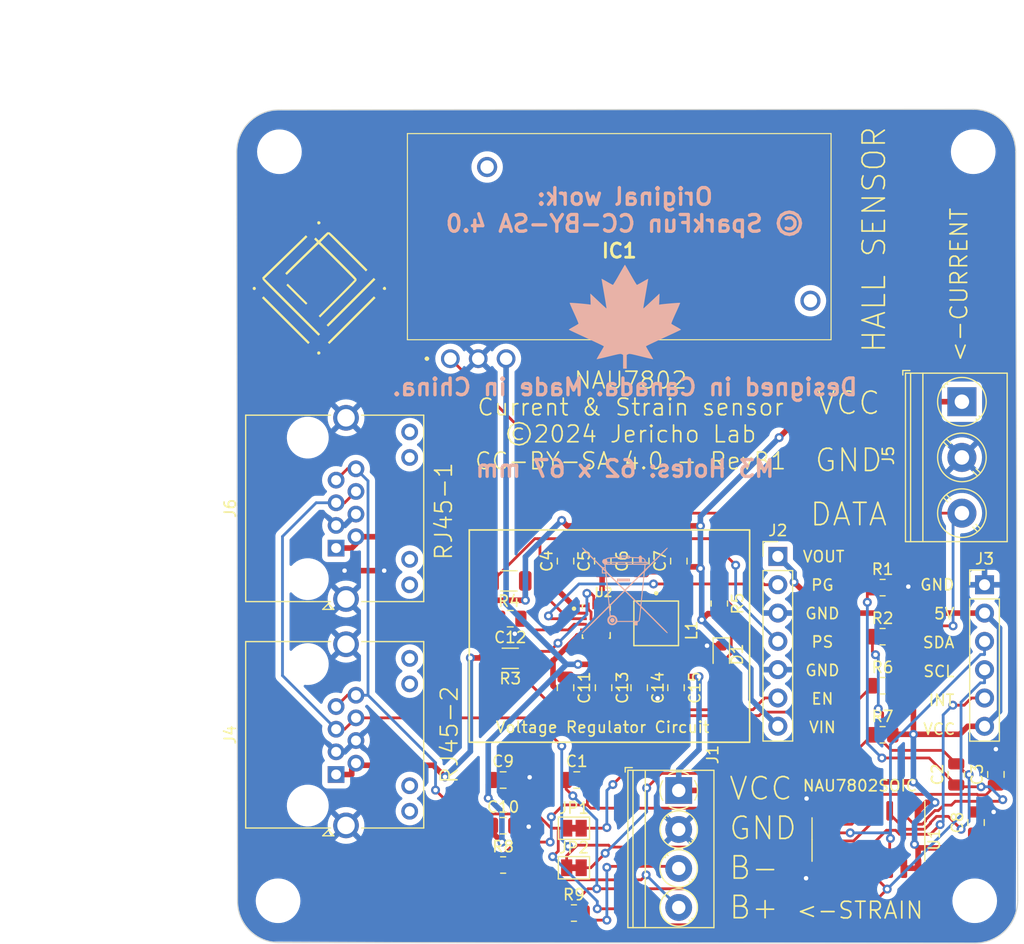
<source format=kicad_pcb>
(kicad_pcb (version 20221018) (generator pcbnew)
  (title_block (title "NAU7802 Board for Current and Strain Measurements") (date "2024-03-25") (rev "Rev B1") (company "Jericho Lab") (comment 1 "Original work: © SparkFun CC-BY-SA 4.0") (comment 2 "Modifications by Frederic Coulombe, BEng MSc"))
  (layers (0 "F.Cu" signal) (31 "B.Cu" signal) (34 "B.Paste" user) (35 "F.Paste" user) (36 "B.SilkS" user "B.Silkscreen") (37 "F.SilkS" user "F.Silkscreen") (38 "B.Mask" user) (39 "F.Mask" user) (44 "Edge.Cuts" user))
  (net 0 "")
  (net 1 "/DATA")
  (net 2 "GND")
  (net 3 "PS")
  (net 4 "PG")
  (net 5 "EN")
  (net 6 "Net-(D1-A)")
  (net 7 "Net-(U1-VIN2N)")
  (net 8 "Net-(U1-VIN2P)")
  (net 9 "Net-(U1-VIN1N)")
  (net 10 "Net-(U1-VIN1P)")
  (net 11 "Net-(U1-VBG)")
  (net 12 "+5V")
  (net 13 "Net-(U2-VAUX)")
  (net 14 "/SDA")
  (net 15 "/SCL")
  (net 16 "Net-(JP1-B)")
  (net 17 "Net-(JP2-B)")
  (net 20 "/INT")
  (net 21 "Net-(U2-L1)")
  (net 22 "Net-(U2-L2)")
  (net 23 "VCC")
  (net 28 "/B-")
  (net 29 "/B+")
  (footprint "custom_KiCAD_footprints:jericho-logo-kicad" (layer "F.Cu") (at 128.27 83.058)
    (fp_text reference "G1" hide)
    (fp_text value "LOGO" hide)
  )
  (footprint "SnapEDA_XLF4020-152MEC:IND_XFL4020-152MEC" (layer "F.Cu") (at 158.507 113.188 -90)
    (fp_text reference "L1")
    (fp_text value "1.5uH")
  )
  (footprint "Capacitor_SMD:C_0805_2012Metric" (layer "F.Cu") (at 145.421 112.772 180)
    (fp_text reference "C12")
    (fp_text value "0.1uF")
  )
  (footprint "Resistor_SMD:R_0805_2012Metric" (layer "F.Cu") (at 178.816 109.982)
    (fp_text reference "R1")
    (fp_text value "47")
  )
  (footprint "Resistor_SMD:R_0805_2012Metric" (layer "F.Cu") (at 151.13 139.186)
    (fp_text reference "R9")
    (fp_text value "47")
  )
  (footprint "Connector_RJ:RJ45_Amphenol_RJHSE538X" (layer "F.Cu") (at 129.798 106.432 90)
    (fp_text reference "J6")
    (fp_text value "8P8C_LED_Shielded")
  )
  (footprint "Jumper:SolderJumper-2_P1.3mm_Bridged_Pad1.0x1.5mm" (layer "F.Cu") (at 151.13 135.122)
    (fp_text reference "JP2")
    (fp_text value "Jumper_2_Bridged")
  )
  (footprint "Capacitor_SMD:C_0805_2012Metric" (layer "F.Cu") (at 160.285 118.964 -90)
    (fp_text reference "C15")
    (fp_text value "22uF")
  )
  (footprint "Capacitor_SMD:C_0805_2012Metric" (layer "F.Cu") (at 151.384 127.248)
    (fp_text reference "C1")
    (fp_text value "0.1uF")
  )
  (footprint "TerminalBlock_Phoenix:TerminalBlock_Phoenix_PT-1,5-3-5.0-H_1x03_P5.00mm_Horizontal" (layer "F.Cu") (at 185.928 93.298 -90)
    (fp_text reference "J5")
    (fp_text value "Screw_Terminal_01x03")
  )
  (footprint "MountingHole:MountingHole_3.5mm" (layer "F.Cu") (at 186.944 70.866)
    (fp_text reference "H2" hide)
    (fp_text value "MountingHole_3.5mm" hide)
  )
  (footprint "Jumper:SolderJumper-2_P1.3mm_Bridged_Pad1.0x1.5mm" (layer "F.Cu") (at 151.13 131.572)
    (fp_text reference "JP1")
    (fp_text value "Jumper_2_Bridged")
  )
  (footprint "Capacitor_SMD:C_0805_2012Metric" (layer "F.Cu") (at 156.983 118.964 -90)
    (fp_text reference "C14")
    (fp_text value "22uF")
  )
  (footprint "Resistor_SMD:R_1206_3216Metric" (layer "F.Cu") (at 145.299 109.378 180)
    (fp_text reference "R4")
    (fp_text value "10k")
  )
  (footprint "Resistor_SMD:R_0805_2012Metric" (layer "F.Cu") (at 164.169 111.41 -90)
    (fp_text reference "R5")
    (fp_text value "10K")
  )
  (footprint "SnapEDA_TPS63070RNMR:VREG_TPS63070RNMR" (layer "F.Cu") (at 153.1355 113.022)
    (fp_text reference "U2")
    (fp_text value "TPS630701RNMR")
  )
  (footprint "Capacitor_SMD:C_0805_2012Metric" (layer "F.Cu") (at 150.379 107.6 90)
    (fp_text reference "C4")
    (fp_text value "0.1uF")
  )
  (footprint "Connector_PinHeader_2.54mm:PinHeader_1x06_P2.54mm_Vertical" (layer "F.Cu") (at 187.96 109.728)
    (fp_text reference "J3")
    (fp_text value "HeaderP2.54mm" hide)
  )
  (footprint "Resistor_SMD:R_1206_3216Metric" (layer "F.Cu") (at 145.421 116.328 180)
    (fp_text reference "R3")
    (fp_text value "10k")
  )
  (footprint "MountingHole:MountingHole_3.5mm" (layer "F.Cu") (at 187.076 138.084 -90)
    (fp_text reference "H3" hide)
    (fp_text value "MountingHole_3.5mm" hide)
  )
  (footprint "Connector_PinHeader_2.54mm:PinHeader_1x07_P2.54mm_Vertical" (layer "F.Cu") (at 169.418 107.183)
    (fp_text reference "J2")
    (fp_text value "HeaderP2.54mm" hide)
  )
  (footprint "Capacitor_SMD:C_0805_2012Metric" (layer "F.Cu") (at 153.7903 118.964 -90)
    (fp_text reference "C13")
    (fp_text value "22uF")
  )
  (footprint "Capacitor_SMD:C_0805_2012Metric" (layer "F.Cu") (at 188.976 126.746 90)
    (fp_text reference "C3")
    (fp_text value "0.1uF")
  )
  (footprint "Capacitor_SMD:C_0805_2012Metric" (layer "F.Cu") (at 157.1286 107.6 90)
    (fp_text reference "C6")
    (fp_text value "10uF")
  )
  (footprint "Capacitor_SMD:C_0805_2012Metric" (layer "F.Cu") (at 160.539 107.6 90)
    (fp_text reference "C7")
    (fp_text value "10uF")
  )
  (footprint "Capacitor_SMD:C_0805_2012Metric" (layer "F.Cu") (at 150.379 118.964 -90)
    (fp_text reference "C11")
    (fp_text value "10uF")
  )
  (footprint "Resistor_SMD:R_0805_2012Metric" (layer "F.Cu") (at 178.816 118.7873)
    (fp_text reference "R6")
    (fp_text value "2.2K")
  )
  (footprint "Connector_RJ:RJ45_Amphenol_RJHSE538X" (layer "F.Cu") (at 129.798 126.752 90)
    (fp_text reference "J4")
    (fp_text value "8P8C_LED_Shielded")
  )
  (footprint "Capacitor_SMD:C_0805_2012Metric" (layer "F.Cu") (at 187.198 131.064 90)
    (fp_text reference "C8")
    (fp_text value "22uF")
  )
  (footprint "MountingHole:MountingHole_3.5mm" (layer "F.Cu") (at 124.714 70.866 90)
    (fp_text reference "H1" hide)
    (fp_text value "MountingHole_3.5mm" hide)
  )
  (footprint "Capacitor_SMD:C_0805_2012Metric" (layer "F.Cu") (at 185.42 126.746 90)
    (fp_text reference "C2")
    (fp_text value "0.1uF")
  )
  (footprint "Resistor_SMD:R_0805_2012Metric" (layer "F.Cu") (at 178.816 123.19)
    (fp_text reference "R7")
    (fp_text value "2.2K")
  )
  (footprint "MountingHole:MountingHole_3.5mm" (layer "F.Cu") (at 124.592 138.084 180)
    (fp_text reference "H4" hide)
    (fp_text value "MountingHole_3.5mm" hide)
  )
  (footprint "Capacitor_SMD:C_0805_2012Metric" (layer "F.Cu") (at 144.78 127.248)
    (fp_text reference "C9")
    (fp_text value "10uF")
  )
  (footprint "Resistor_SMD:R_0805_2012Metric" (layer "F.Cu") (at 144.78 134.874)
    (fp_text reference "R8")
    (fp_text value "47")
  )
  (footprint "Capacitor_SMD:C_0805_2012Metric" (layer "F.Cu") (at 153.7181 107.6 90)
    (fp_text reference "C5")
    (fp_text value "10uF")
  )
  (footprint "Diode_SMD:D_0603_1608Metric" (layer "F.Cu") (at 164.349 115.982 -90)
    (fp_text reference "D1")
    (fp_text value "RED")
  )
  (footprint "KiCad-TAMURA-L01Z050S05:L01Z050S05" (layer "F.Cu") (at 140.044 89.436)
    (fp_text reference "IC1")
    (fp_text value "L01Z050S05" hide)
  )
  (footprint "TerminalBlock_Phoenix:TerminalBlock_Phoenix_PT-1,5-4-3.5-H_1x04_P3.50mm_Horizontal" (layer "F.Cu") (at 160.528 128.184 -90)
    (fp_text reference "J1")
    (fp_text value "~")
  )
  (footprint "Resistor_SMD:R_0805_2012Metric" (layer "F.Cu") (at 178.816 114.3847)
    (fp_text reference "R2")
    (fp_text value "47")
  )
  (footprint "Package_SO:SO-16_3.9x9.9mm_P1.27mm" (layer "F.Cu") (at 177.546 132.588 -90)
    (fp_text reference "U1")
    (fp_text value "NAU7802SOIC")
  )
  (footprint "Capacitor_SMD:C_0805_2012Metric" (layer "F.Cu") (at 144.78 131.35)
    (fp_text reference "C10")
    (fp_text value "0.1uF")
  )
  (footprint "custom_KiCAD_footprints:Do not throw to garbage logo WEEE2" (layer "B.Cu") (at 155.702446 110.236 180)
    (fp_text reference "G3" hide)
    (fp_text value "LOGO" hide)
  )
  (footprint "custom_KiCAD_footprints:made-in-canada" (layer "B.Cu") (at 155.702 85.852 180)
    (fp_text reference "G2" hide)
    (fp_text value "LOGO" hide)
  )
  (gr_rect (start 141.743 104.806) (end 166.889 123.856) (stroke (width 0.15)) (fill none) (layer "F.SilkS"))
  (gr_arc (start 186.944 67.056) (mid 189.638077 68.171923) (end 190.754 70.866) (stroke (width 0.1)) (layer "Edge.Cuts"))
  (gr_arc (start 190.9318 138.049) (mid 189.808437 140.761037) (end 187.0964 141.8844) (stroke (width 0.1)) (layer "Edge.Cuts"))
  (gr_line (start 120.9548 138.1252) (end 120.878601 70.8914) (stroke (width 0.1)) (layer "Edge.Cuts"))
  (gr_line (start 124.6886 67.106716) (end 186.944 67.056) (stroke (width 0.1)) (layer "Edge.Cuts"))
  (gr_line (start 187.0964 141.8844) (end 124.6632 141.8336) (stroke (width 0.1)) (layer "Edge.Cuts"))
  (gr_arc (start 124.6632 141.8336) (mid 122.040965 140.747435) (end 120.9548 138.1252) (stroke (width 0.1)) (layer "Edge.Cuts"))
  (gr_line (start 190.754 70.866) (end 190.9318 138.049) (stroke (width 0.1)) (layer "Edge.Cuts"))
  (gr_arc (start 120.878601 70.8914) (mid 122.003459 68.213699) (end 124.6886 67.106716) (stroke (width 0.1)) (layer "Edge.Cuts"))
  (gr_text "Original work:\n© SparkFun CC-BY-SA 4.0" (at 155.701909 76.112) (layer "B.SilkS") (effects (font (size 1.5 1.5) (thickness 0.3)) (justify mirror)))
  (gr_text "M3 Holes: 62 x 67 mm" (at 155.701909 99.314) (layer "B.SilkS") (effects (font (size 1.5 1.5) (thickness 0.3)) (justify mirror)))
  (gr_text "Designed in Canada. Made in China." (at 155.701909 91.992) (layer "B.SilkS") (effects (font (size 1.5 1.5) (thickness 0.3)) (justify mirror)))
  (gr_text "SCL" (at 183.86419 117.5004) (layer "F.SilkS") (effects (font (size 1 1))))
  (gr_text "VCC" (at 167.894 128.016) (layer "F.SilkS") (effects (font (size 2 2))))
  (gr_text "GND" (at 173.418 117.411332) (layer "F.SilkS") (effects (font (size 1 1))))
  (gr_text "<-CURRENT" (at 185.674 82.804 90) (layer "F.SilkS") (effects (font (size 1.5 1.5))))
  (gr_text "VCC" (at 175.768 93.422) (layer "F.SilkS") (effects (font (size 2 2))))
  (gr_text "NAU7802\nCurrent & Strain sensor\n©2024 Jericho Lab\nCC-BY-SA 4.0 - RevB1" (at 156.21 94.996) (layer "F.SilkS") (effects (font (size 1.5 1.5))))
  (gr_text "GND" (at 175.768 98.552) (layer "F.SilkS") (effects (font (size 2 2))))
  (gr_text "HALL SENSOR" (at 178.054 78.74 90) (layer "F.SilkS") (effects (font (size 2 2))))
  (gr_text "<-STRAIN" (at 176.784 138.938) (layer "F.SilkS") (effects (font (size 1.5 1.5))))
  (gr_text "VCC" (at 183.896 122.682) (layer "F.SilkS") (effects (font (size 1 1))))
  (gr_text "Voltage Regulator Circuit" (at 144.029 123.094) (layer "F.SilkS") (effects (font (size 1 1)) (justify left bottom)))
  (gr_text "EN" (at 173.418 119.964665) (layer "F.SilkS") (effects (font (size 1 1))))
  (gr_text "B-" (at 167.274952 135.128) (layer "F.SilkS") (effects (font (size 2 2))))
  (gr_text "DATA" (at 175.768 103.412) (layer "F.SilkS") (effects (font (size 2 2))))
  (gr_text "GND" (at 183.721333 109.728) (layer "F.SilkS") (effects (font (size 1 1))))
  (gr_text "5V" (at 184.340381 112.3188) (layer "F.SilkS") (effects (font (size 1 1))))
  (gr_text "B+" (at 167.274952 138.684) (layer "F.SilkS") (effects (font (size 2 2))))
  (gr_text "RJ45-1" (at 139.446 103.124 90) (layer "F.SilkS") (effects (font (size 1.5 1.5))))
  (gr_text "INT" (at 184.102286 120.0912) (layer "F.SilkS") (effects (font (size 1 1))))
  (gr_text "PG" (at 173.418 109.751333) (layer "F.SilkS") (effects (font (size 1 1))))
  (gr_text "SDA" (at 183.840381 114.9096) (layer "F.SilkS") (effects (font (size 1 1))))
  (gr_text "PS" (at 173.418 114.857999) (layer "F.SilkS") (effects (font (size 1 1))))
  (gr_text "VOUT" (at 173.528 107.198) (layer "F.SilkS") (effects (font (size 1 1))))
  (gr_text "VIN" (at 173.418 122.518) (layer "F.SilkS") (effects (font (size 1 1))))
  (gr_text "GND" (at 173.418 112.304666) (layer "F.SilkS") (effects (font (size 1 1))))
  (gr_text "RJ45-2" (at 139.954 123.19 90) (layer "F.SilkS") (effects (font (size 1.5 1.5))))
  (gr_text "GND" (at 168.084476 131.572) (layer "F.SilkS") (effects (font (size 2 2))))
  (segment (start 180.6973 113.4159) (end 179.7285 114.3847) (width 0.25) (layer "F.Cu") (net 1))
  (segment (start 153.906 103.298) (end 140.044 89.436) (width 0.25) (layer "F.Cu") (net 1))
  (segment (start 185.928 103.298) (end 153.906 103.298) (width 0.25) (layer "F.Cu") (net 1))
  (segment (start 185.136 113.4159) (end 180.6973 113.4159) (width 0.25) (layer "F.Cu") (net 1))
  (via (at 185.136 113.4159) (size 0.8) (drill 0.4) (layers "F.Cu" "B.Cu") (net 1))
  (segment (start 185.136 104.09) (end 185.136 113.4159) (width 0.25) (layer "B.Cu") (net 1))
  (segment (start 185.928 103.298) (end 185.136 104.09) (width 0.25) (layer "B.Cu") (net 1))
  (segment locked (start 153.085 113.022) (end 152.836 113.022) (width 0.25) (layer "F.Cu") (net 2))
  (segment (start 171.9516 136.0625) (end 172.2015 136.0625) (width 0.5) (layer "F.Cu") (net 2))
  (segment locked (start 153.7355 113.022) (end 153.265 113.022) (width 0.25) (layer "F.Cu") (net 2))
  (segment (start 171.9972 128.9092) (end 173.101 130.013) (width 0.5) (layer "F.Cu") (net 2))
  (segment locked (start 157.1286 106.65) (end 160.539 106.65) (width 0.5) (layer "F.Cu") (net 2))
  (segment (start 174.371 130.013) (end 173.101 130.013) (width 0.5) (layer "F.Cu") (net 2))
  (segment locked (start 152.41 111.622) (end 152.4105 111.622) (width 0.2498) (layer "F.Cu") (net 2))
  (segment (start 147.0747 131.4375) (end 145.8175 131.4375) (width 0.5) (layer "F.Cu") (net 2))
  (segment (start 130.556 108.458) (end 134.112 108.458) (width 0.5) (layer "F.Cu") (net 2))
  (segment locked (start 152.335 113.772) (end 151.986 113.772) (width 0.25) (layer "F.Cu") (net 2))
  (segment (start 179.8166 109.8939) (end 179.7285 109.982) (width 0.5) (layer "F.Cu") (net 2))
  (segment locked (start 158.634 119.914) (end 160.285 119.914) (width 0.5) (layer "F.Cu") (net 2))
  (segment (start 145.9762 127.0018) (end 145.73 127.248) (width 0.5) (layer "F.Cu") (net 2))
  (segment locked (start 152.91 113.376) (end 152.91 114.422) (width 0.25) (layer "F.Cu") (net 2))
  (segment locked (start 153.265 113.022) (end 152.91 113.376) (width 0.25) (layer "F.Cu") (net 2))
  (segment locked (start 149.254 118.789) (end 149.254 116.504) (width 0.5) (layer "F.Cu") (net 2))
  (segment (start 187.198 130.114) (end 188.7768 130.114) (width 0.5) (layer "F.Cu") (net 2))
  (segment locked (start 149.254 107.775) (end 149.254 109.777) (width 0.5) (layer "F.Cu") (net 2))
  (segment locked (start 156.983 119.914) (end 158.634 119.914) (width 0.5) (layer "F.Cu") (net 2))
  (segment locked (start 149.254 109.777) (end 151.099 111.622) (width 0.5) (layer "F.Cu") (net 2))
  (segment (start 172.2015 136.0625) (end 173.101 135.163) (width 0.5) (layer "F.Cu") (net 2))
  (segment locked (start 149.295371 116.504) (end 151.458 114.341371) (width 0.5) (layer "F.Cu") (net 2))
  (segment locked (start 152.665 112.851) (end 152.665 112.172) (width 0.25) (layer "F.Cu") (net 2))
  (segment locked (start 150.379 119.914) (end 153.7903 119.914) (width 0.5) (layer "F.Cu") (net 2))
  (segment (start 147.1585 127.0018) (end 145.9762 127.0018) (width 0.5) (layer "F.Cu") (net 2))
  (segment (start 145.8175 131.4375) (end 145.73 131.35) (width 0.5) (layer "F.Cu") (net 2))
  (segment locked (start 153.265 113.022) (end 153.085 113.022) (width 0.25) (layer "F.Cu") (net 2))
  (segment locked (start 153.736 113.022) (end 153.7355 113.022) (width 0.25) (layer "F.Cu") (net 2))
  (segment (start 181.1211 109.8939) (end 179.8166 109.8939) (width 0.5) (layer "F.Cu") (net 2))
  (segment locked (start 153.7355 113.022) (end 153.265 113.022) (width 0.25) (layer "F.Cu") (net 2))
  (segment locked (start 153.7181 106.65) (end 157.1286 106.65) (width 0.5) (layer "F.Cu") (net 2))
  (segment locked (start 151.458 114.341371) (end 151.458 114.3) (width 0.5) (layer "F.Cu") (net 2))
  (segment locked (start 152.665 112.172) (end 152.41 111.918) (width 0.25) (layer "F.Cu") (net 2))
  (segment locked (start 153.085 113.022) (end 152.335 113.772) (width 0.25) (layer "F.Cu") (net 2))
  (segment locked (start 153.7355 113.022) (end 153.265 113.022) (width 0.25) (layer "F.Cu") (net 2))
  (segment locked (start 153.265 113.022) (end 153.085 113.022) (width 0.25) (layer "F.Cu") (net 2))
  (segment locked (start 150.379 106.65) (end 153.7181 106.65) (width 0.5) (layer "F.Cu") (net 2))
  (segment locked (start 153.736 113.022) (end 153.7355 113.022) (width 0.25) (layer "F.Cu") (net 2))
  (segment locked (start 152.41 111.622) (end 151.099 111.622) (width 0.25) (layer "F.Cu") (net 2))
  (segment locked (start 153.736 113.022) (end 153.7355 113.022) (width 0.25) (layer "F.Cu") (net 2))
  (segment locked (start 151.986 113.772) (end 151.458 114.3) (width 0.25) (layer "F.Cu") (net 2))
  (segment locked (start 149.254 116.504) (end 149.295371 116.504) (width 0.5) (layer "F.Cu") (net 2))
  (segment locked (start 152.41 111.918) (end 152.41 111.622) (width 0.25) (layer "F.Cu") (net 2))
  (segment locked (start 163.0666 115.1945) (end 164.349 115.1945) (width 0.5) (layer "F.Cu") (net 2))
  (segment locked (start 150.379 119.914) (end 149.254 118.789) (width 0.5) (layer "F.Cu") (net 2))
  (segment locked (start 152.836 113.022) (end 152.665 112.851) (width 0.25) (layer "F.Cu") (net 2))
  (segment locked (start 150.379 106.65) (end 149.254 107.775) (width 0.5) (layer "F.Cu") (net 2))
  (segment (start 188.976 124.4796) (end 188.976 125.796) (width 0.5) (layer "F.Cu") (net 2))
  (segment locked (start 153.7903 119.914) (end 156.983 119.914) (width 0.5) (layer "F.Cu") (net 2))
  (segment locked (start 144.471 112.772) (end 145.8217 114.1227) (width 0.5) (layer "F.Cu") (net 2))
  (via locked (at 145.8217 114.1227) (size 0.8) (drill 0.4) (layers "F.Cu" "B.Cu") (net 2))
  (via (at 188.7768 130.114) (size 0.8) (drill 0.4) (layers "F.Cu" "B.Cu") (net 2))
  (via (at 171.9972 128.9092) (size 0.8) (drill 0.4) (layers "F.Cu" "B.Cu") (net 2))
  (via (at 147.1585 127.0018) (size 0.8) (drill 0.4) (layers "F.Cu" "B.Cu") (net 2))
  (via (at 130.556 108.458) (size 0.8) (drill 0.4) (layers "F.Cu" "B.Cu") (net 2))
  (via (at 171.9516 136.0625) (size 0.8) (drill 0.4) (layers "F.Cu" "B.Cu") (net 2))
  (via (at 188.976 124.4796) (size 0.8) (drill 0.4) (layers "F.Cu" "B.Cu") (net 2))
  (via locked (at 158.634 119.914) (size 0.8) (drill 0.4) (layers "F.Cu" "B.Cu") (net 2))
  (via (at 147.0747 131.4375) (size 0.8) (drill 0.4) (layers "F.Cu" "B.Cu") (net 2))
  (via (at 134.112 108.458) (size 0.8) (drill 0.4) (layers "F.Cu" "B.Cu") (net 2))
  (via (at 181.1211 109.8939) (size 0.8) (drill 0.4) (layers "F.Cu" "B.Cu") (net 2))
  (via locked (at 163.0666 115.1945) (size 0.8) (drill 0.4) (layers "F.Cu" "B.Cu") (net 2))
  (segment (start 129.798 124.72) (end 130.562 124.72) (width 0.5) (layer "B.Cu") (net 2))
  (segment (start 130.562 124.72) (end 131.578 123.704) (width 0.5) (layer "B.Cu") (net 2))
  (segment (start 129.798 104.4) (end 130.562 104.4) (width 0.5) (layer "B.Cu") (net 2))
  (segment (start 130.562 104.4) (end 131.578 103.384) (width 0.5) (layer "B.Cu") (net 2))
  (segment locked (start 147.8504 105.5893) (end 148.082 105.5893) (width 0.25) (layer "F.Cu") (net 3))
  (segment locked (start 148.082 105.5893) (end 163.2586 105.5893) (width 0.25) (layer "F.Cu") (net 3))
  (segment locked (start 151.9855 112.272) (end 150.118 112.272) (width 0.25) (layer "F.Cu") (net 3))
  (segment locked (start 148.082 110.236) (end 148.082 105.5893) (width 0.25) (layer "F.Cu") (net 3))
  (segment locked (start 163.2586 105.5893) (end 165.636 107.9667) (width 0.25) (layer "F.Cu") (net 3))
  (segment locked (start 151.986 112.272) (end 151.9855 112.272) (width 0.25) (layer "F.Cu") (net 3))
  (segment locked (start 150.118 112.272) (end 148.082 110.236) (width 0.25) (layer "F.Cu") (net 3))
  (segment locked (start 143.8365 109.378) (end 147.6252 105.5893) (width 0.25) (layer "F.Cu") (net 3))
  (segment locked (start 147.6252 105.5893) (end 147.8504 105.5893) (width 0.25) (layer "F.Cu") (net 3))
  (via locked (at 165.636 107.9667) (size 0.8) (drill 0.4) (layers "F.Cu" "B.Cu") (net 3))
  (segment locked (start 165.636 111.021) (end 165.636 107.9667) (width 0.25) (layer "B.Cu") (net 3))
  (segment (start 169.418 114.803) (end 165.636 111.021) (width 0.25) (layer "B.Cu") (net 3))
  (segment locked (start 148.844 112.522) (end 149.098 112.776) (width 0.25) (layer "F.Cu") (net 4))
  (segment (start 168.2411 109.723) (end 168.1712 109.6531) (width 0.25) (layer "F.Cu") (net 4))
  (segment (start 168.1712 109.6531) (end 158.2653 109.6531) (width 0.25) (layer "F.Cu") (net 4))
  (segment locked (start 149.098 112.776) (end 150.368 112.776) (width 0.25) (layer "F.Cu") (net 4))
  (segment locked (start 151.986 112.772) (end 151.9855 112.772) (width 0.25) (layer "F.Cu") (net 4))
  (segment locked (start 150.368 112.776) (end 150.372 112.772) (width 0.25) (layer "F.Cu") (net 4))
  (segment (start 169.418 109.723) (end 168.2411 109.723) (width 0.25) (layer "F.Cu") (net 4))
  (segment locked (start 150.372 112.772) (end 151.9855 112.772) (width 0.25) (layer "F.Cu") (net 4))
  (via locked (at 148.844 112.522) (size 0.8) (drill 0.4) (layers "F.Cu" "B.Cu") (net 4))
  (via locked (at 158.2653 109.6531) (size 0.8) (drill 0.4) (layers "F.Cu" "B.Cu") (net 4))
  (segment locked (start 148.844 112.3879) (end 151.5788 109.6531) (width 0.25) (layer "B.Cu") (net 4))
  (segment locked (start 151.5788 109.6531) (end 158.2653 109.6531) (width 0.25) (layer "B.Cu") (net 4))
  (segment locked (start 148.844 112.522) (end 148.844 112.3879) (width 0.25) (layer "B.Cu") (net 4))
  (segment locked (start 152.6648 110.5008) (end 152.654 110.49) (width 0.25) (layer "F.Cu") (net 5))
  (segment locked (start 152.6648 110.5008) (end 152.2931 110.5008) (width 0.25) (layer "F.Cu") (net 5))
  (segment locked (start 149.698632 114.969368) (end 148.9631 115.7049) (width 0.25) (layer "F.Cu") (net 5))
  (segment locked (start 149.5173 120.9419) (end 146.8835 118.3081) (width 0.25) (layer "F.Cu") (net 5))
  (segment locked (start 152.91 110.746) (end 152.6648 110.5008) (width 0.25) (layer "F.Cu") (net 5))
  (segment locked (start 152.91 111.622) (end 152.91 110.746) (width 0.25) (layer "F.Cu") (net 5))
  (segment locked (start 147.5066 115.7049) (end 146.8835 116.328) (width 0.25) (layer "F.Cu") (net 5))
  (segment (start 168.2411 119.883) (end 167.1822 120.9419) (width 0.25) (layer "F.Cu") (net 5))
  (segment (start 169.418 119.883) (end 168.2411 119.883) (width 0.25) (layer "F.Cu") (net 5))
  (segment locked (start 148.9631 115.7049) (end 147.5066 115.7049) (width 0.25) (layer "F.Cu") (net 5))
  (segment (start 167.1822 120.9419) (end 149.5173 120.9419) (width 0.25) (layer "F.Cu") (net 5))
  (segment locked (start 146.8835 118.3081) (end 146.8835 116.328) (width 0.25) (layer "F.Cu") (net 5))
  (via locked (at 149.698632 114.969368) (size 0.8) (drill 0.4) (layers "F.Cu" "B.Cu") (net 5))
  (via locked (at 152.2931 110.5008) (size 0.8) (drill 0.4) (layers "F.Cu" "B.Cu") (net 5))
  (segment locked (start 149.698632 114.969368) (end 152.2931 112.3749) (width 0.25) (layer "B.Cu") (net 5))
  (segment locked (start 152.2931 112.3749) (end 152.2931 110.5008) (width 0.25) (layer "B.Cu") (net 5))
  (segment locked (start 165.2395 115.879) (end 165.2395 111.568) (width 0.25) (layer "F.Cu") (net 6))
  (segment locked (start 164.349 116.7695) (end 165.2395 115.879) (width 0.25) (layer "F.Cu") (net 6))
  (segment locked (start 165.2395 111.568) (end 164.169 110.4975) (width 0.25) (layer "F.Cu") (net 6))
  (segment (start 150.434 128.0705) (end 150.434 127.248) (width 0.25) (layer "F.Cu") (net 7))
  (segment (start 153.1824 137.0074) (end 152.3961 137.0074) (width 0.25) (layer "F.Cu") (net 7))
  (segment (start 165.5986 132.7158) (end 161.307 137.0074) (width 0.25) (layer "F.Cu") (net 7))
  (segment (start 178.181 130.013) (end 178.181 130.7469) (width 0.25) (layer "F.Cu") (net 7))
  (segment (start 152.3961 137.0074) (end 150.2175 139.186) (width 0.25) (layer "F.Cu") (net 7))
  (segment (start 178.181 130.7469) (end 176.2121 132.7158) (width 0.25) (layer "F.Cu") (net 7))
  (segment (start 151.03 128.6665) (end 150.434 128.0705) (width 0.25) (layer "F.Cu") (net 7))
  (segment (start 161.307 137.0074) (end 153.1824 137.0074) (width 0.25) (layer "F.Cu") (net 7))
  (segment (start 176.2121 132.7158) (end 165.5986 132.7158) (width 0.25) (layer "F.Cu") (net 7))
  (via (at 151.03 128.6665) (size 0.8) (drill 0.4) (layers "F.Cu" "B.Cu") (net 7))
  (via (at 153.1824 137.0074) (size 0.8) (drill 0.4) (layers "F.Cu" "B.Cu") (net 7))
  (segment (start 153.1824 137.0074) (end 153.1824 130.8189) (width 0.25) (layer "B.Cu") (net 7))
  (segment (start 153.1824 130.8189) (end 151.03 128.6665) (width 0.25) (layer "B.Cu") (net 7))
  (segment (start 152.334 129.4841) (end 152.6246 129.7747) (width 0.25) (layer "F.Cu") (net 8))
  (segment (start 176.911 130.3447) (end 176.911 130.013) (width 0.25) (layer "F.Cu") (net 8))
  (segment (start 152.6246 129.7747) (end 164.6357 129.7747) (width 0.25) (layer "F.Cu") (net 8))
  (segment (start 152.334 129.4841) (end 152.334 127.248) (width 0.25) (layer "F.Cu") (net 8))
  (segment (start 150.1751 129.4841) (end 152.334 129.4841) (width 0.25) (layer "F.Cu") (net 8))
  (segment (start 143.8675 134.874) (end 145.9232 132.8183) (width 0.25) (layer "F.Cu") (net 8))
  (segment (start 166.077 131.216) (end 176.0397 131.216) (width 0.25) (layer "F.Cu") (net 8))
  (segment (start 164.6357 129.7747) (end 166.077 131.216) (width 0.25) (layer "F.Cu") (net 8))
  (segment (start 149.1009 130.5583) (end 150.1751 129.4841) (width 0.25) (layer "F.Cu") (net 8))
  (segment (start 176.0397 131.216) (end 176.911 130.3447) (width 0.25) (layer "F.Cu") (net 8))
  (segment (start 145.9232 132.8183) (end 148.9969 132.8183) (width 0.25) (layer "F.Cu") (net 8))
  (via (at 148.9969 132.8183) (size 0.8) (drill 0.4) (layers "F.Cu" "B.Cu") (net 8))
  (via (at 149.1009 130.5583) (size 0.8) (drill 0.4) (layers "F.Cu" "B.Cu") (net 8))
  (segment (start 149.1009 130.5583) (end 149.1009 132.7143) (width 0.25) (layer "B.Cu") (net 8))
  (segment (start 149.1009 132.7143) (end 148.9969 132.8183) (width 0.25) (layer "B.Cu") (net 8))
  (segment (start 177.4452 110.4403) (end 177.4452 111.2953) (width 0.25) (layer "F.Cu") (net 9))
  (segment (start 182.6634 130.8316) (end 183.5067 129.9883) (width 0.25) (layer "F.Cu") (net 9))
  (segment (start 182.6634 130.9289) (end 182.6634 130.8316) (width 0.25) (layer "F.Cu") (net 9))
  (segment (start 178.7515 125.2706) (end 182.9946 125.2706) (width 0.25) (layer "F.Cu") (net 9))
  (segment (start 184.3023 129.5006) (end 184.3023 129.5005) (width 0.25) (layer "F.Cu") (net 9))
  (segment (start 180.721 130.013) (end 180.721 130.3137) (width 0.25) (layer "F.Cu") (net 9))
  (segment (start 181.6228 131.2155) (end 182.3768 131.2155) (width 0.25) (layer "F.Cu") (net 9))
  (segment (start 184.3023 129.5005) (end 184.9867 129.5005) (width 0.25) (layer "F.Cu") (net 9))
  (segment (start 177.9035 109.982) (end 177.4452 110.4403) (width 0.25) (layer "F.Cu") (net 9))
  (segment (start 185.5787 127.8547) (end 185.42 127.696) (width 0.25) (layer "F.Cu") (net 9))
  (segment (start 184.9867 129.5005) (end 185.3289 129.1583) (width 0.25) (layer "F.Cu") (net 9))
  (segment (start 189.4458 129.1583) (end 189.591 129.0131) (width 0.25) (layer "F.Cu") (net 9))
  (segment (start 180.721 130.3137) (end 181.6228 131.2155) (width 0.25) (layer "F.Cu") (net 9))
  (segment (start 187.6477 127.8547) (end 185.5787 127.8547) (width 0.25) (layer "F.Cu") (net 9))
  (segment (start 182.3768 131.2155) (end 182.6634 130.9289) (width 0.25) (layer "F.Cu") (net 9))
  (segment (start 185.3289 129.1583) (end 189.4458 129.1583) (width 0.25) (layer "F.Cu") (net 9))
  (segment (start 182.9946 125.2706) (end 185.42 127.696) (width 0.25) (layer "F.Cu") (net 9))
  (segment (start 183.5067 129.9883) (end 183.8146 129.9883) (width 0.25) (layer "F.Cu") (net 9))
  (segment (start 183.8146 129.9883) (end 184.3023 129.5006) (width 0.25) (layer "F.Cu") (net 9))
  (via (at 187.6477 127.8547) (size 0.8) (drill 0.4) (layers "F.Cu" "B.Cu") (net 9))
  (via (at 177.4452 111.2953) (size 0.8) (drill 0.4) (layers "F.Cu" "B.Cu") (net 9))
  (via (at 178.7515 125.2706) (size 0.8) (drill 0.4) (layers "F.Cu" "B.Cu") (net 9))
  (via (at 189.591 129.0131) (size 0.8) (drill 0.4) (layers "F.Cu" "B.Cu") (net 9))
  (segment (start 189.591 129.0131) (end 188.4326 127.8547) (width 0.25) (layer "B.Cu") (net 9))
  (segment (start 177.4452 123.9643) (end 178.7515 125.2706) (width 0.25) (layer "B.Cu") (net 9))
  (segment (start 188.4326 127.8547) (end 187.6477 127.8547) (width 0.25) (layer "B.Cu") (net 9))
  (segment (start 177.4452 111.2953) (end 177.4452 123.9643) (width 0.25) (layer "B.Cu") (net 9))
  (segment (start 186.3801 126.7561) (end 186.5774 126.7561) (width 0.25) (layer "F.Cu") (net 10))
  (segment (start 178.816 121.2433) (end 178.816 123.8081) (width 0.25) (layer "F.Cu") (net 10))
  (segment (start 180.8196 131.6674) (end 179.451 130.2988) (width 0.25) (layer "F.Cu") (net 10))
  (segment (start 182.5758 131.6674) (end 180.8196 131.6674) (width 0.25) (layer "F.Cu") (net 10))
  (segment (start 185.8588 131.6673) (end 184.7046 130.5131) (width 0.25) (layer "F.Cu") (net 10))
  (segment (start 178.816 123.8081) (end 179.5965 124.5886) (width 0.25) (layer "F.Cu") (net 10))
  (segment (start 178.4281 120.8554) (end 178.816 121.2433) (width 0.25) (layer "F.Cu") (net 10))
  (segment (start 179.5965 124.5886) (end 184.2126 124.5886) (width 0.25) (layer "F.Cu") (net 10))
  (segment (start 184.2126 124.5886) (end 185.42 125.796) (width 0.25) (layer "F.Cu") (net 10))
  (segment (start 183.6545 130.5131) (end 183.1153 131.0523) (width 0.25) (layer "F.Cu") (net 10))
  (segment (start 184.7046 130.5131) (end 183.6545 130.5131) (width 0.25) (layer "F.Cu") (net 10))
  (segment (start 177.9035 115.7307) (end 177.9035 114.3847) (width 0.25) (layer "F.Cu") (net 10))
  (segment (start 183.1153 131.0523) (end 183.1153 131.1279) (width 0.25) (layer "F.Cu") (net 10))
  (segment (start 178.1797 116.0069) (end 177.9035 115.7307) (width 0.25) (layer "F.Cu") (net 10))
  (segment (start 185.42 125.796) (end 186.3801 126.7561) (width 0.25) (layer "F.Cu") (net 10))
  (segment (start 179.451 130.2988) (end 179.451 130.013) (width 0.25) (layer "F.Cu") (net 10))
  (segment (start 183.1153 131.1279) (end 182.5758 131.6674) (width 0.25) (layer "F.Cu") (net 10))
  (via (at 178.1797 116.0069) (size 0.8) (drill 0.4) (layers "F.Cu" "B.Cu") (net 10))
  (via (at 178.4281 120.8554) (size 0.8) (drill 0.4) (layers "F.Cu" "B.Cu") (net 10))
  (via (at 186.5774 126.7561) (size 0.8) (drill 0.4) (layers "F.Cu" "B.Cu") (net 10))
  (via (at 185.8588 131.6673) (size 0.8) (drill 0.4) (layers "F.Cu" "B.Cu") (net 10))
  (segment (start 185.8588 131.6673) (end 186.5774 130.9487) (width 0.25) (layer "B.Cu") (net 10))
  (segment (start 178.4281 116.2553) (end 178.4281 120.8554) (width 0.25) (layer "B.Cu") (net 10))
  (segment (start 186.5774 130.9487) (end 186.5774 126.7561) (width 0.25) (layer "B.Cu") (net 10))
  (segment (start 178.1797 116.0069) (end 178.4281 116.2553) (width 0.25) (layer "B.Cu") (net 10))
  (segment (start 176.8207 128.533) (end 187.2981 128.533) (width 0.25) (layer "F.Cu") (net 11))
  (segment (start 188.0904 128.5816) (end 188.976 127.696) (width 0.25) (layer "F.Cu") (net 11))
  (segment (start 175.641 130.013) (end 175.641 129.7127) (width 0.25) (layer "F.Cu") (net 11))
  (segment (start 187.3467 128.5816) (end 188.0904 128.5816) (width 0.25) (layer "F.Cu") (net 11))
  (segment (start 175.641 129.7127) (end 176.8207 128.533) (width 0.25) (layer "F.Cu") (net 11))
  (segment (start 187.2981 128.533) (end 187.3467 128.5816) (width 0.25) (layer "F.Cu") (net 11))
  (segment locked (start 153.66 108.608) (end 153.718 108.55) (width 0.5) (layer "F.Cu") (net 12))
  (segment locked (start 146.7615 111.1148) (end 146.7781 111.1148) (width 0.5) (layer "F.Cu") (net 12))
  (segment (start 150.036 103.9554) (end 150.522 104.4414) (width 0.5) (layer "F.Cu") (net 12))
  (segment locked (start 164.169 112.3225) (end 163.1426 112.3225) (width 0.5) (layer "F.Cu") (net 12))
  (segment (start 129.798 106.432) (end 131.1999 106.432) (width 0.5) (layer "F.Cu") (net 12))
  (segment locked (start 146.7615 111.1148) (end 143.3362 111.1148) (width 0.5) (layer "F.Cu") (net 12))
  (segment locked (start 157.1286 108.55) (end 153.7181 108.55) (width 0.5) (layer "F.Cu") (net 12))
  (segment locked (start 159.2673 108.1165) (end 162.3261 108.1165) (width 0.5) (layer "F.Cu") (net 12))
  (segment (start 137.5606 105.416) (end 131.578 105.416) (width 0.5) (layer "F.Cu") (net 12))
  (segment (start 131.1999 126.752) (end 131.1999 126.3031) (width 0.5) (layer "F.Cu") (net 12))
  (segment (start 131.578 125.925) (end 138.5237 125.925) (width 0.5) (layer "F.Cu") (net 12))
  (segment locked (start 162.3261 108.1165) (end 162.4755 108.2659) (width 0.5) (layer "F.Cu") (net 12))
  (segment locked (start 143.2978 115.6673) (end 143.9585 116.328) (width 0.5) (layer "F.Cu") (net 12))
  (segment locked (start 163.1426 112.3225) (end 162.5907 112.8744) (width 0.5) (layer "F.Cu") (net 12))
  (segment locked (start 153.66 110.115) (end 153.6605 110.1155) (width 0.5) (layer "F.Cu") (net 12))
  (segment (start 172.7575 93.298) (end 169.536 96.5195) (width 0.5) (layer "F.Cu") (net 12))
  (segment locked (start 142.6741 116.291) (end 143.2978 115.6673) (width 0.5) (layer "F.Cu") (net 12))
  (segment locked (start 160.539 108.55) (end 158.8338 108.55) (width 0.5) (layer "F.Cu") (net 12))
  (segment locked (start 143.3362 111.1148) (end 143.2978 111.1532) (width 0.5) (layer "F.Cu") (net 12))
  (segment locked (start 153.6895 111.593) (end 153.6605 111.622) (width 0.5) (layer "F.Cu") (net 12))
  (segment (start 131.1999 126.3031) (end 131.578 125.925) (width 0.5) (layer "F.Cu") (net 12))
  (segment (start 141.8405 116.291) (end 142.6741 116.291) (width 0.5) (layer "F.Cu") (net 12))
  (segment (start 150.522 104.4414) (end 162.4755 104.4414) (width 0.5) (layer "F.Cu") (net 12))
  (segment locked (start 153.66 111.622) (end 153.66 110.115) (width 0.5) (layer "F.Cu") (net 12))
  (segment (start 131.578 106.0539) (end 131.1999 106.432) (width 0.5) (layer "F.Cu") (net 12))
  (segment locked (start 158.8338 108.55) (end 157.1286 108.55) (width 0.5) (layer "F.Cu") (net 12))
  (segment locked (start 153.6605 110.1155) (end 153.6605 111.622) (width 0.5) (layer "F.Cu") (net 12))
  (segment (start 138.5237 125.925) (end 139.564 126.9653) (width 0.5) (layer "F.Cu") (net 12))
  (segment (start 131.578 105.416) (end 131.578 106.0539) (width 0.5) (layer "F.Cu") (net 12))
  (segment (start 129.798 126.752) (end 131.1999 126.752) (width 0.5) (layer "F.Cu") (net 12))
  (segment locked (start 153.7181 108.55) (end 153.718 108.55) (width 0.5) (layer "F.Cu") (net 12))
  (segment (start 143.2978 111.1532) (end 137.5606 105.416) (width 0.5) (layer "F.Cu") (net 12))
  (segment (start 131.578 125.736) (end 131.578 125.925) (width 0.5) (layer "F.Cu") (net 12))
  (segment locked (start 153.66 110.115) (end 153.66 108.608) (width 0.5) (layer "F.Cu") (net 12))
  (segment (start 185.928 93.298) (end 172.7575 93.298) (width 0.5) (layer "F.Cu") (net 12))
  (segment locked (start 153.718 111.564) (end 153.6895 111.593) (width 0.5) (layer "F.Cu") (net 12))
  (segment locked (start 146.7615 109.378) (end 146.7615 111.1148) (width 0.5) (layer "F.Cu") (net 12))
  (segment locked (start 153.6895 111.593) (end 153.661 111.622) (width 0.5) (layer "F.Cu") (net 12))
  (segment locked (start 143.2978 111.1532) (end 143.2978 115.6673) (width 0.5) (layer "F.Cu") (net 12))
  (segment locked (start 158.8338 108.55) (end 159.2673 108.1165) (width 0.5) (layer "F.Cu") (net 12))
  (segment locked (start 150.379 108.55) (end 153.718 108.55) (width 0.5) (layer "F.Cu") (net 12))
  (via locked (at 162.5907 112.8744) (size 0.8) (drill 0.4) (layers "F.Cu" "B.Cu") (net 12))
  (via (at 139.564 126.9653) (size 0.8) (drill 0.4) (layers "F.Cu" "B.Cu") (net 12))
  (via locked (at 162.4755 108.2659) (size 0.8) (drill 0.4) (layers "F.Cu" "B.Cu") (net 12))
  (via (at 150.036 103.9554) (size 0.8) (drill 0.4) (layers "F.Cu" "B.Cu") (net 12))
  (via (at 162.4755 104.4414) (size 0.8) (drill 0.4) (layers "F.Cu" "B.Cu") (net 12))
  (via locked (at 146.7781 111.1148) (size 0.8) (drill 0.4) (layers "F.Cu" "B.Cu") (net 12))
  (via (at 169.536 96.5195) (size 0.8) (drill 0.4) (layers "F.Cu" "B.Cu") (net 12))
  (via (at 141.8405 116.291) (size 0.8) (drill 0.4) (layers "F.Cu" "B.Cu") (net 12))
  (segment locked (start 162.5907 108.3811) (end 162.5907 112.8744) (width 0.5) (layer "B.Cu") (net 12))
  (segment (start 166.9984 120.0034) (end 166.9984 117.2821) (width 0.5) (layer "B.Cu") (net 12))
  (segment (start 169.536 96.5195) (end 162.4755 103.58) (width 0.5) (layer "B.Cu") (net 12))
  (segment (start 166.9984 117.2821) (end 162.5907 112.8744) (width 0.5) (layer "B.Cu") (net 12))
  (segment (start 162.4755 104.4414) (end 162.4755 108.2659) (width 0.5) (layer "B.Cu") (net 12))
  (segment locked (start 162.4755 108.2659) (end 162.5907 108.3811) (width 0.5) (layer "B.Cu") (net 12))
  (segment locked (start 146.7781 107.2133) (end 146.7781 111.1148) (width 0.5) (layer "B.Cu") (net 12))
  (segment (start 141.8405 124.6888) (end 141.8405 116.291) (width 0.5) (layer "B.Cu") (net 12))
  (segment (start 139.564 126.9653) (end 141.8405 124.6888) (width 0.5) (layer "B.Cu") (net 12))
  (segment (start 162.4755 103.58) (end 162.4755 104.4414) (width 0.5) (layer "B.Cu") (net 12))
  (segment (start 150.036 103.9554) (end 146.7781 107.2133) (width 0.5) (layer "B.Cu") (net 12))
  (segment (start 169.418 122.423) (end 166.9984 120.0034) (width 0.5) (layer "B.Cu") (net 12))
  (segment locked (start 151.9855 113.272) (end 151.142 113.272) (width 0.25) (layer "F.Cu") (net 13))
  (segment locked (start 150.6365 113.7775) (end 147.3765 113.7775) (width 0.25) (layer "F.Cu") (net 13))
  (segment locked (start 151.142 113.272) (end 150.6365 113.7775) (width 0.25) (layer "F.Cu") (net 13))
  (segment locked (start 147.3765 113.7775) (end 146.371 112.772) (width 0.25) (layer "F.Cu") (net 13))
  (segment locked (start 151.986 113.272) (end 151.9855 113.272) (width 0.25) (layer "F.Cu") (net 13))
  (segment (start 154.4064 133.2646) (end 154.2371 133.0953) (width 0.25) (layer "F.Cu") (net 14))
  (segment (start 175.911 131.9889) (end 165.6864 131.9889) (width 0.25) (layer "F.Cu") (net 14))
  (segment (start 150.9757 133.5494) (end 150.63 133.2037) (width 0.25) (layer "F.Cu") (net 14))
  (segment (start 150.9757 133.5494) (end 150.48 134.0451) (width 0.25) (layer "F.Cu") (net 14))
  (segment (start 179.451 132.5576) (end 179.52 132.4886) (width 0.25) (layer "F.Cu") (net 14))
  (segment (start 147.5084 121.672) (end 131.578 121.672) (width 0.25) (layer "F.Cu") (net 14))
  (segment (start 179.451 135.163) (end 179.451 132.5576) (width 0.25) (layer "F.Cu") (net 14))
  (segment (start 131.578 121.672) (end 130.562 122.688) (width 0.25) (layer "F.Cu") (net 14))
  (segment (start 154.2371 133.0953) (end 151.4298 133.0953) (width 0.25) (layer "F.Cu") (net 14))
  (segment (start 165.6864 131.9889) (end 164.4107 133.2646) (width 0.25) (layer "F.Cu") (net 14))
  (segment (start 130.562 122.688) (end 129.798 122.688) (width 0.25) (layer "F.Cu") (net 14))
  (segment (start 164.4107 133.2646) (end 154.4064 133.2646) (width 0.25) (layer "F.Cu") (net 14))
  (segment (start 150.036 124.1996) (end 147.5084 121.672) (width 0.25) (layer "F.Cu") (net 14))
  (segment (start 131.578 101.352) (end 130.562 102.368) (width 0.25) (layer "F.Cu") (net 14))
  (segment (start 150.48 135.122) (end 150.48 134.0451) (width 0.25) (layer "F.Cu") (net 14))
  (segment (start 130.562 102.368) (end 129.798 102.368) (width 0.25) (layer "F.Cu") (net 14))
  (segment (start 151.4298 133.0953) (end 150.9757 133.5494) (width 0.25) (layer "F.Cu") (net 14))
  (via (at 179.52 132.4886) (size 0.8) (drill 0.4) (layers "F.Cu" "B.Cu") (net 14))
  (via (at 150.63 133.2037) (size 0.8) (drill 0.4) (layers "F.Cu" "B.Cu") (net 14))
  (via (at 175.911 131.9889) (size 0.8) (drill 0.4) (layers "F.Cu" "B.Cu") (net 14))
  (via (at 150.036 124.1996) (size 0.8) (drill 0.4) (layers "F.Cu" "B.Cu") (net 14))
  (segment (start 187.96 114.808) (end 187.96 115.9849) (width 0.25) (layer "B.Cu") (net 14))
  (segment (start 179.52 124.0591) (end 179.52 131.9889) (width 0.25) (layer "B.Cu") (net 14))
  (segment (start 150.036 132.6097) (end 150.036 124.1996) (width 0.25) (layer "B.Cu") (net 14))
  (segment (start 187.5942 115.9849) (end 179.52 124.0591) (width 0.25) (layer "B.Cu") (net 14))
  (segment (start 179.52 131.9889) (end 179.52 132.4886) (width 0.25) (layer "B.Cu") (net 14))
  (segment (start 179.52 131.9889) (end 175.911 131.9889) (width 0.25) (layer "B.Cu") (net 14))
  (segment (start 187.96 115.9849) (end 187.5942 115.9849) (width 0.25) (layer "B.Cu") (net 14))
  (segment (start 128.01 102.368) (end 129.798 102.368) (width 0.25) (layer "B.Cu") (net 14))
  (segment (start 129.798 122.688) (end 124.9883 117.8783) (width 0.25) (layer "B.Cu") (net 14))
  (segment (start 150.63 133.2037) (end 150.036 132.6097) (width 0.25) (layer "B.Cu") (net 14))
  (segment (start 124.9883 105.3897) (end 128.01 102.368) (width 0.25) (layer "B.Cu") (net 14))
  (segment (start 124.9883 117.8783) (end 124.9883 105.3897) (width 0.25) (layer "B.Cu") (net 14))
  (segment (start 140.856 130.2929) (end 147.8076 130.2929) (width 0.25) (layer "F.Cu") (net 15))
  (segment (start 178.181 135.163) (end 178.181 135.9925) (width 0.25) (layer "F.Cu") (net 15))
  (segment (start 149.7239 133.6243) (end 149.2205 134.1277) (width 0.25) (layer "F.Cu") (net 15))
  (segment (start 158.0854 138.8027) (end 159.5202 140.2375) (width 0.25) (layer "F.Cu") (net 15))
  (segment (start 130.814 119.64) (end 129.798 120.656) (width 0.25) (layer "F.Cu") (net 15))
  (segment (start 131.578 119.64) (end 130.814 119.64) (width 0.25) (layer "F.Cu") (net 15))
  (segment (start 176.0292 140.2375) (end 179.2276 137.0391) (width 0.25) (layer "F.Cu") (net 15))
  (segment (start 130.814 99.32) (end 129.798 100.336) (width 0.25) (layer "F.Cu") (net 15))
  (segment (start 178.181 135.9925) (end 179.2276 137.0391) (width 0.25) (layer "F.Cu") (net 15))
  (segment (start 153.2243 138.8027) (end 158.0854 138.8027) (width 0.25) (layer "F.Cu") (net 15))
  (segment (start 131.578 99.32) (end 130.814 99.32) (width 0.25) (layer "F.Cu") (net 15))
  (segment (start 149.0867 131.572) (end 149.7239 131.572) (width 0.25) (layer "F.Cu") (net 15))
  (segment (start 159.5202 140.2375) (end 176.0292 140.2375) (width 0.25) (layer "F.Cu") (net 15))
  (segment (start 138.717 128.1539) (end 140.856 130.2929) (width 0.25) (layer "F.Cu") (net 15))
  (segment (start 150.48 131.572) (end 149.7239 131.572) (width 0.25) (layer "F.Cu") (net 15))
  (segment (start 149.7239 131.572) (end 149.7239 133.6243) (width 0.25) (layer "F.Cu") (net 15))
  (segment (start 147.8076 130.2929) (end 149.0867 131.572) (width 0.25) (layer "F.Cu") (net 15))
  (via (at 153.2243 138.8027) (size 0.8) (drill 0.4) (layers "F.Cu" "B.Cu") (net 15))
  (via (at 149.2205 134.1277) (size 0.8) (drill 0.4) (layers "F.Cu" "B.Cu") (net 15))
  (via (at 179.2276 137.0391) (size 0.8) (drill 0.4) (layers "F.Cu" "B.Cu") (net 15))
  (via (at 138.717 128.1539) (size 0.8) (drill 0.4) (layers "F.Cu" "B.Cu") (net 15))
  (segment (start 185.8505 130.4162) (end 179.2276 137.0391) (width 0.25) (layer "B.Cu") (net 15))
  (segment (start 153.2243 138.1315) (end 153.2243 138.8027) (width 0.25) (layer "B.Cu") (net 15))
  (segment (start 187.5922 118.5249) (end 185.8505 120.2666) (width 0.25) (layer "B.Cu") (net 15))
  (segment (start 132.6605 100.4025) (end 131.578 99.32) (width 0.25) (layer "B.Cu") (net 15))
  (segment (start 132.6605 119.64) (end 132.6605 100.4025) (width 0.25) (layer "B.Cu") (net 15))
  (segment (start 138.717 125.6965) (end 132.6605 119.64) (width 0.25) (layer "B.Cu") (net 15))
  (segment (start 132.6605 119.64) (end 131.578 119.64) (width 0.25) (layer "B.Cu") (net 15))
  (segment (start 187.96 117.348) (end 187.96 118.5249) (width 0.25) (layer "B.Cu") (net 15))
  (segment (start 149.2205 134.1277) (end 153.2243 138.1315) (width 0.25) (layer "B.Cu") (net 15))
  (segment (start 185.8505 120.2666) (end 185.8505 130.4162) (width 0.25) (layer "B.Cu") (net 15))
  (segment (start 138.717 128.1539) (end 138.717 125.6965) (width 0.25) (layer "B.Cu") (net 15))
  (segment (start 187.96 118.5249) (end 187.5922 118.5249) (width 0.25) (layer "B.Cu") (net 15))
  (segment (start 167.7301 121.4729) (end 168.05 121.153) (width 0.25) (layer "F.Cu") (net 16))
  (segment (start 175.5378 121.153) (end 177.9035 118.7873) (width 0.25) (layer "F.Cu") (net 16))
  (segment (start 154.0217 131.572) (end 154.083 131.5107) (width 0.25) (layer "F.Cu") (net 16))
  (segment (start 160.8009 121.4729) (end 167.7301 121.4729) (width 0.25) (layer "F.Cu") (net 16))
  (segment (start 154.6202 127.6536) (end 160.8009 121.4729) (width 0.25) (layer "F.Cu") (net 16))
  (segment (start 151.78 131.572) (end 154.0217 131.572) (width 0.25) (layer "F.Cu") (net 16))
  (segment (start 168.05 121.153) (end 175.5378 121.153) (width 0.25) (layer "F.Cu") (net 16))
  (via (at 154.6202 127.6536) (size 0.8) (drill 0.4) (layers "F.Cu" "B.Cu") (net 16))
  (via (at 154.083 131.5107) (size 0.8) (drill 0.4) (layers "F.Cu" "B.Cu") (net 16))
  (segment (start 154.083 131.5107) (end 154.083 128.1908) (width 0.25) (layer "B.Cu") (net 16))
  (segment (start 154.083 128.1908) (end 154.6202 127.6536) (width 0.25) (layer "B.Cu") (net 16))
  (segment (start 151.78 135.122) (end 152.6362 135.122) (width 0.25) (layer "F.Cu") (net 17))
  (segment (start 174.4379 126.6556) (end 158.9616 126.6556) (width 0.25) (layer "F.Cu") (net 17))
  (segment (start 177.9035 123.19) (end 174.4379 126.6556) (width 0.25) (layer "F.Cu") (net 17))
  (segment (start 158.9616 126.6556) (end 157.6555 127.9617) (width 0.25) (layer "F.Cu") (net 17))
  (segment (start 152.6362 135.122) (end 153.936 133.8222) (width 0.25) (layer "F.Cu") (net 17))
  (via (at 153.936 133.8222) (size 0.8) (drill 0.4) (layers "F.Cu" "B.Cu") (net 17))
  (via (at 157.6555 127.9617) (size 0.8) (drill 0.4) (layers "F.Cu" "B.Cu") (net 17))
  (segment (start 157.6555 130.1027) (end 157.6555 127.9617) (width 0.25) (layer "B.Cu") (net 17))
  (segment (start 153.936 133.8222) (end 157.6555 130.1027) (width 0.25) (layer "B.Cu") (net 17))
  (segment (start 186.138 120.5331) (end 186.7831 119.888) (width 0.25) (layer "F.Cu") (net 20))
  (segment (start 176.911 134.0135) (end 179.1629 131.7616) (width 0.25) (layer "F.Cu") (net 20))
  (segment (start 179.9889 131.7616) (end 180.3466 132.1193) (width 0.25) (layer "F.Cu") (net 20))
  (segment (start 183.11 132.1193) (end 183.9769 131.2524) (width 0.25) (layer "F.Cu") (net 20))
  (segment (start 176.911 135.163) (end 176.911 134.0135) (width 0.25) (layer "F.Cu") (net 20))
  (segment (start 185.1159 120.5331) (end 186.138 120.5331) (width 0.25) (layer "F.Cu") (net 20))
  (segment (start 187.96 119.888) (end 186.7831 119.888) (width 0.25) (layer "F.Cu") (net 20))
  (segment (start 179.1629 131.7616) (end 179.9889 131.7616) (width 0.25) (layer "F.Cu") (net 20))
  (segment (start 180.3466 132.1193) (end 183.11 132.1193) (width 0.25) (layer "F.Cu") (net 20))
  (via (at 183.9769 131.2524) (size 0.8) (drill 0.4) (layers "F.Cu" "B.Cu") (net 20))
  (via (at 185.1159 120.5331) (size 0.8) (drill 0.4) (layers "F.Cu" "B.Cu") (net 20))
  (segment (start 183.9769 131.2524) (end 184.2488 130.9805) (width 0.25) (layer "B.Cu") (net 20))
  (segment (start 184.2488 121.4002) (end 185.1159 120.5331) (width 0.25) (layer "B.Cu") (net 20))
  (segment (start 184.2488 130.9805) (end 184.2488 121.4002) (width 0.25) (layer "B.Cu") (net 20))
  (segment locked (start 153.91 112.522) (end 153.9105 112.522) (width 0.5) (layer "F.Cu") (net 21))
  (segment locked (start 157.988 112.522) (end 158.507 112.003) (width 0.5) (layer "F.Cu") (net 21))
  (segment locked (start 153.9105 112.522) (end 157.988 112.522) (width 0.5) (layer "F.Cu") (net 21))
  (segment locked (start 153.9105 113.522) (end 157.656 113.522) (width 0.5) (layer "F.Cu") (net 22))
  (segment locked (start 157.656 113.522) (end 158.507 114.373) (width 0.5) (layer "F.Cu") (net 22))
  (segment locked (start 153.91 113.522) (end 153.9105 113.522) (width 0.5) (layer "F.Cu") (net 22))
  (segment locked (start 153.66 115.0327) (end 153.66 115.6434) (width 0.5) (layer "F.Cu") (net 23))
  (segment (start 152.7212 115.0327) (end 153.66 115.0327) (width 0.25) (layer "F.Cu") (net 23))
  (segment (start 181.991 135.163) (end 182.0029 135.1511) (width 0.5) (layer "F.Cu") (net 23))
  (segment (start 152.4105 114.422) (end 152.4105 114.722) (width 0.25) (layer "F.Cu") (net 23))
  (segment locked (start 162.3485 117.9642) (end 160.3348 117.9642) (width 0.5) (layer "F.Cu") (net 23))
  (segment locked (start 153.66 114.422) (end 153.66 115.0327) (width 0.5) (layer "F.Cu") (net 23))
  (segment (start 179.7285 118.7873) (end 181.5792 120.638) (width 0.5) (layer "F.Cu") (net 23))
  (segment (start 143.83 131.35) (end 143.83 131.9813) (width 0.5) (layer "F.Cu") (net 23))
  (segment (start 182.7426 129.2614) (end 183.5135 129.2614) (width 0.5) (layer "F.Cu") (net 23))
  (segment (start 143.83 127.248) (end 143.4451 127.6329) (width 0.5) (layer "F.Cu") (net 23))
  (segment (start 143.83 131.9813) (end 144.6687 132.82) (width 0.5) (layer "F.Cu") (net 23))
  (segment (start 182.0029 133.339) (end 181.6811 133.0172) (width 0.5) (layer "F.Cu") (net 23))
  (segment locked (start 160.3348 117.9642) (end 160.285 118.014) (width 0.5) (layer "F.Cu") (net 23))
  (segment (start 163.1429 127.421) (end 181.5792 127.421) (width 0.5) (layer "F.Cu") (net 23))
  (segment locked (start 153.7903 118.014) (end 156.983 118.014) (width 0.5) (layer "F.Cu") (net 23))
  (segment (start 185.873 133.339) (end 182.0029 133.339) (width 0.5) (layer "F.Cu") (net 23))
  (segment locked (start 153.66 116.8649) (end 153.66 117.884) (width 0.5) (layer "F.Cu") (net 23))
  (segment (start 186.4581 122.428) (end 185.7415 123.1446) (width 0.5) (layer "F.Cu") (net 23))
  (segment (start 170.877 109.4844) (end 173.6606 112.268) (width 0.5) (layer "F.Cu") (net 23))
  (segment (start 181.5792 120.638) (end 181.5792 123.1446) (width 0.5) (layer "F.Cu") (net 23))
  (segment locked (start 150.379 118.014) (end 153.79 118.014) (width 0.5) (layer "F.Cu") (net 23))
  (segment (start 187.96 122.428) (end 186.4581 122.428) (width 0.5) (layer "F.Cu") (net 23))
  (segment (start 185.7415 123.1446) (end 181.5792 123.1446) (width 0.5) (layer "F.Cu") (net 23))
  (segment (start 173.6606 112.268) (end 187.96 112.268) (width 0.5) (layer "F.Cu") (net 23))
  (segment (start 160.528 128.184) (end 162.3799 128.184) (width 0.5) (layer "F.Cu") (net 23))
  (segment locked (start 151.4903 116.8649) (end 153.66 116.8649) (width 0.5) (layer "F.Cu") (net 23))
  (segment (start 180.721 135.163) (end 181.991 135.163) (width 0.5) (layer "F.Cu") (net 23))
  (segment (start 181.5792 123.1446) (end 179.7739 123.1446) (width 0.5) (layer "F.Cu") (net 23))
  (segment locked (start 153.661 117.884) (end 153.79 118.014) (width 0.5) (layer "F.Cu") (net 23))
  (segment (start 182.0029 135.1511) (end 182.0029 133.339) (width 0.5) (layer "F.Cu") (net 23))
  (segment locked (start 153.66 117.884) (end 153.79 118.014) (width 0.5) (layer "F.Cu") (net 23))
  (segment (start 187.198 132.014) (end 185.873 133.339) (width 0.5) (layer "F.Cu") (net 23))
  (segment (start 152.4105 114.722) (end 152.7212 115.0327) (width 0.25) (layer "F.Cu") (net 23))
  (segment (start 162.3799 128.184) (end 163.1429 127.421) (width 0.5) (layer "F.Cu") (net 23))
  (segment (start 179.7739 123.1446) (end 179.7285 123.19) (width 0.5) (layer "F.Cu") (net 23))
  (segment (start 181.991 130.013) (end 182.7426 129.2614) (width 0.5) (layer "F.Cu") (net 23))
  (segment locked (start 156.983 118.014) (end 160.285 118.014) (width 0.5) (layer "F.Cu") (net 23))
  (segment locked (start 153.79 118.014) (end 153.7903 118.014) (width 0.5) (layer "F.Cu") (net 23))
  (segment locked (start 153.66 115.6434) (end 153.66 116.8649) (width 0.5) (layer "F.Cu") (net 23))
  (segment (start 143.4451 127.6329) (end 143.4451 128.8704) (width 0.5) (layer "F.Cu") (net 23))
  (via locked (at 151.4903 116.8649) (size 0.8) (drill 0.4) (layers "F.Cu" "B.Cu") (net 23))
  (via (at 181.5792 123.1446) (size 0.8) (drill 0.4) (layers "F.Cu" "B.Cu") (net 23))
  (via (at 170.877 109.4844) (size 0.8) (drill 0.4) (layers "F.Cu" "B.Cu") (net 23))
  (via (at 181.5792 127.421) (size 0.8) (drill 0.4) (layers "F.Cu" "B.Cu") (net 23))
  (via (at 144.6687 132.82) (size 0.8) (drill 0.4) (layers "F.Cu" "B.Cu") (net 23))
  (via locked (at 162.3485 117.9642) (size 0.8) (drill 0.4) (layers "F.Cu" "B.Cu") (net 23))
  (via (at 183.5135 129.2614) (size 0.8) (drill 0.4) (layers "F.Cu" "B.Cu") (net 23))
  (via (at 181.6811 133.0172) (size 0.8) (drill 0.4) (layers "F.Cu" "B.Cu") (net 23))
  (via (at 143.4451 128.8704) (size 0.8) (drill 0.4) (layers "F.Cu" "B.Cu") (net 23))
  (segment (start 181.6731 127.421) (end 181.5792 127.421) (width 0.5) (layer "B.Cu") (net 23))
  (segment (start 181.6811 133.0172) (end 181.6811 131.0938) (width 0.5) (layer "B.Cu") (net 23))
  (segment (start 187.96 112.268) (end 189.3074 113.6154) (width 0.5) (layer "B.Cu") (net 23))
  (segment (start 189.3074 113.6154) (end 189.3074 121.0806) (width 0.5) (layer "B.Cu") (net 23))
  (segment (start 145.044 89.436) (end 145.044 111.4454) (width 0.5) (layer "B.Cu") (net 23))
  (segment (start 144.6687 132.82) (end 144.6687 130.094) (width 0.5) (layer "B.Cu") (net 23))
  (segment (start 160.528 126.3321) (end 162.3485 124.5116) (width 0.5) (layer "B.Cu") (net 23))
  (segment (start 169.418 107.183) (end 170.877 108.642) (width 0.5) (layer "B.Cu") (net 23))
  (segment (start 170.877 108.642) (end 170.877 109.4844) (width 0.5) (layer "B.Cu") (net 23))
  (segment locked (start 145.044 111.4454) (end 150.4635 116.8649) (width 0.5) (layer "B.Cu") (net 23))
  (segment (start 144.6687 130.094) (end 143.4451 128.8704) (width 0.5) (layer "B.Cu") (net 23))
  (segment (start 181.5792 127.421) (end 181.5792 123.1446) (width 0.5) (layer "B.Cu") (net 23))
  (segment (start 183.5135 129.2614) (end 181.6731 127.421) (width 0.5) (layer "B.Cu") (net 23))
  (segment (start 160.528 128.184) (end 160.528 126.3321) (width 0.5) (layer "B.Cu") (net 23))
  (segment (start 181.6811 131.0938) (end 183.5135 129.2614) (width 0.5) (layer "B.Cu") (net 23))
  (segment (start 143.4451 123.8833) (end 150.4635 116.8649) (width 0.5) (layer "B.Cu") (net 23))
  (segment (start 189.3074 121.0806) (end 187.96 122.428) (width 0.5) (layer "B.Cu") (net 23))
  (segment (start 162.3485 124.5116) (end 162.3485 117.9642) (width 0.5) (layer "B.Cu") (net 23))
  (segment locked (start 150.4635 116.8649) (end 151.4903 116.8649) (width 0.5) (layer "B.Cu") (net 23))
  (segment (start 143.4451 128.8704) (end 143.4451 123.8833) (width 0.5) (layer "B.Cu") (net 23))
  (segment (start 160.528 135.184) (end 160.3398 134.9958) (width 0.25) (layer "F.Cu") (net 28))
  (segment (start 152.6803 139.8238) (end 154.083 139.8238) (width 0.25) (layer "F.Cu") (net 28))
  (segment (start 154.1713 134.9958) (end 154.083 135.0841) (width 0.25) (layer "F.Cu") (net 28))
  (segment (start 160.3398 134.9958) (end 154.1713 134.9958) (width 0.25) (layer "F.Cu") (net 28))
  (segment (start 152.0425 139.186) (end 152.6803 139.8238) (width 0.25) (layer "F.Cu") (net 28))
  (via (at 154.083 135.0841) (size 0.8) (drill 0.4) (layers "F.Cu" "B.Cu") (net 28))
  (via (at 154.083 139.8238) (size 0.8) (drill 0.4) (layers "F.Cu" "B.Cu") (net 28))
  (segment (start 154.083 135.0841) (end 154.083 139.8238) (width 0.25) (layer "B.Cu") (net 28))
  (segment (start 157.1654 136.2046) (end 157.607 135.763) (width 0.25) (layer "F.Cu") (net 29))
  (segment (start 145.6925 134.874) (end 147.0231 136.2046) (width 0.25) (layer "F.Cu") (net 29))
  (segment (start 147.0231 136.2046) (end 157.1654 136.2046) (width 0.25) (layer "F.Cu") (net 29))
  (via (at 157.607 135.763) (size 0.8) (drill 0.4) (layers "F.Cu" "B.Cu") (net 29))
  (segment (start 160.528 138.684) (end 157.607 135.763) (width 0.25) (layer "B.Cu") (net 29))
  (zone (net 2) (net_name "GND") (layer "B.Cu") (connect_pads (clearance 0.508)) (min_thickness 0.25) (fill yes (thermal_gap 0.5) (thermal_bridge_width 0.5))
    (polygon (pts (xy 120.904 67.056) (xy 191.008 67.056) (xy 190.754 141.986) (xy 120.904 141.732)))
  )
)
</source>
